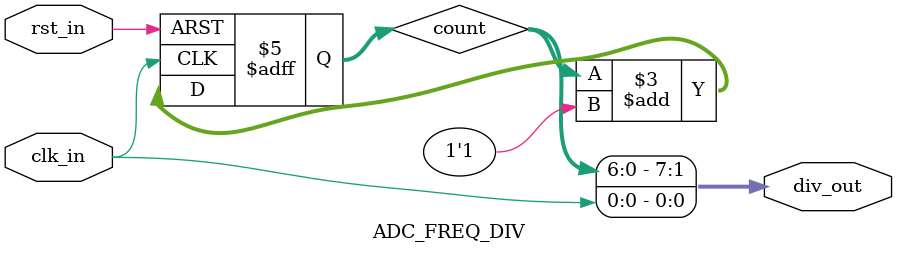
<source format=v>
module ADC_FREQ_DIV(
	input           	clk_in,     // reloj entrante de 50MHz
	input					rst_in,
   output 	 [7:0]	div_out      // nuevo reloj de 5MHz
);

	reg [6:0] count = 7'b0000000;

	always@(posedge clk_in, negedge rst_in)
	begin
		if(!rst_in)
			count <= 7'b0000000;
		else
			count <= count + 1'b1;
	end
	assign div_out = {count,clk_in};
endmodule
</source>
